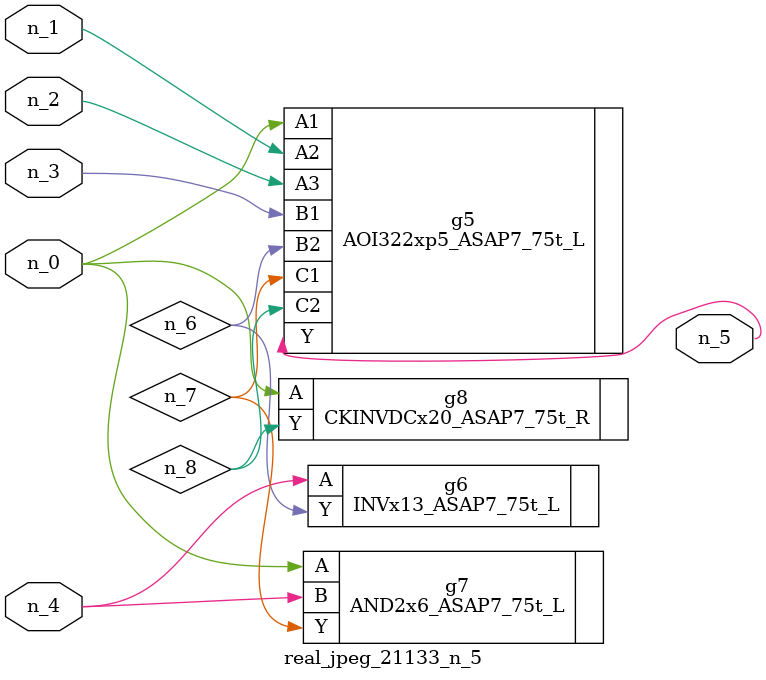
<source format=v>
module real_jpeg_21133_n_5 (n_4, n_0, n_1, n_2, n_3, n_5);

input n_4;
input n_0;
input n_1;
input n_2;
input n_3;

output n_5;

wire n_8;
wire n_6;
wire n_7;

AOI322xp5_ASAP7_75t_L g5 ( 
.A1(n_0),
.A2(n_1),
.A3(n_2),
.B1(n_3),
.B2(n_6),
.C1(n_7),
.C2(n_8),
.Y(n_5)
);

AND2x6_ASAP7_75t_L g7 ( 
.A(n_0),
.B(n_4),
.Y(n_7)
);

CKINVDCx20_ASAP7_75t_R g8 ( 
.A(n_0),
.Y(n_8)
);

INVx13_ASAP7_75t_L g6 ( 
.A(n_4),
.Y(n_6)
);


endmodule
</source>
